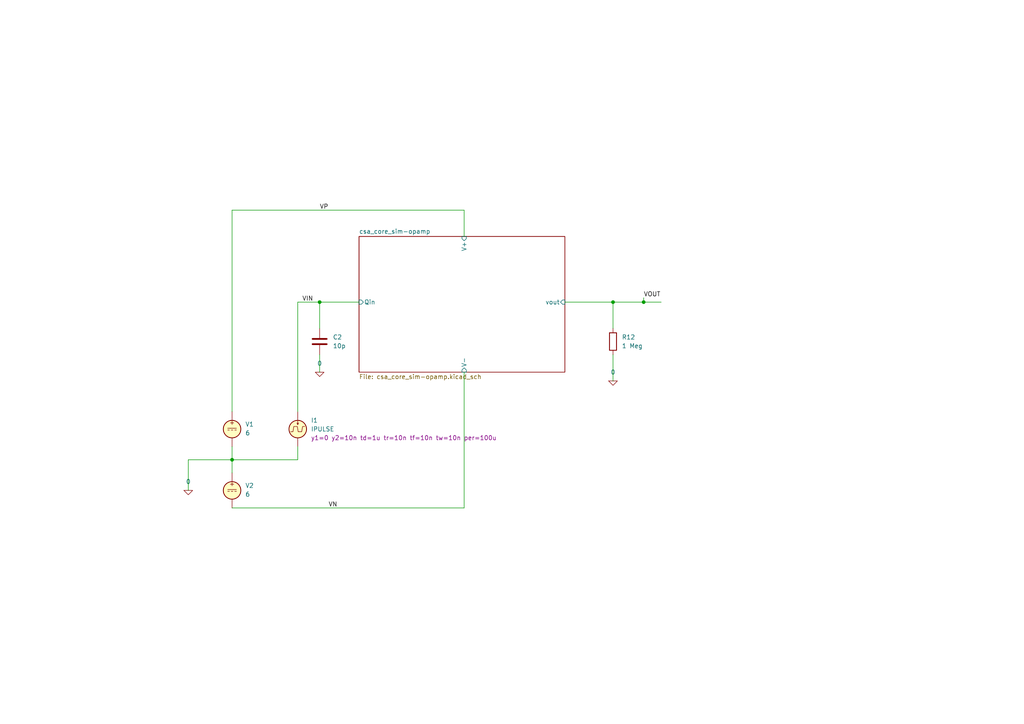
<source format=kicad_sch>
(kicad_sch (version 20231120) (generator "eeschema") (generator_version "8.0")
  (paper "A4")
  (lib_symbols
    (symbol "Device:C" (pin_numbers hide) (pin_names (offset 0.254))
      (property "Reference" "C" (at 0.635 2.54 0))
      (property "Value" "C" (at 0.635 -2.54 0))
      (symbol "C_0_1"
        (polyline (pts (xy -2.032 -0.762) (xy 2.032 -0.762)) (stroke (width 0.508)))
        (polyline (pts (xy -2.032 0.762) (xy 2.032 0.762)) (stroke (width 0.508)))
      )
      (symbol "C_1_1"
        (pin passive line (at 0 3.81 270) (length 2.794) (name "~") (number "1"))
        (pin passive line (at 0 -3.81 90) (length 2.794) (name "~") (number "2"))
      )
    )
    (symbol "Device:R" (pin_numbers hide) (pin_names (offset 0))
      (property "Reference" "R" (at 2.032 0 90))
      (property "Value" "R" (at 0 0 90))
      (symbol "R_0_1"
        (rectangle (start -1.016 -2.54) (end 1.016 2.54) (stroke (width 0.254)))
      )
      (symbol "R_1_1"
        (pin passive line (at 0 3.81 270) (length 1.27) (name "~") (number "1"))
        (pin passive line (at 0 -3.81 90) (length 1.27) (name "~") (number "2"))
      )
    )
    (symbol "Simulation_SPICE:0" (power) (pin_numbers hide) (pin_names (offset 0) hide)
      (property "Value" "0" (at 0 -2.54 0))
      (symbol "0_0_1"
        (polyline (pts (xy -1.27 0) (xy 0 -1.27) (xy 1.27 0) (xy -1.27 0)))
      )
      (symbol "0_1_1"
        (pin power_in line (at 0 0 0) (length 0) (name "~") (number "1"))
      )
    )
    (symbol "Simulation_SPICE:IPULSE" (pin_numbers hide) (pin_names (offset 0.0254))
      (property "Reference" "I" (at 2.54 2.54 0))
      (property "Value" "IPULSE" (at 2.54 0 0))
      (property "Sim.Params" "y1=0 y2=1 td=2n tr=2n tf=2n tw=50n per=100n" (at 2.54 -2.54 0))
      (symbol "IPULSE_0_0"
        (polyline (pts (xy -2.032 -0.762) (xy -1.397 -0.762) (xy -1.143 0.762) (xy -0.127 0.762) (xy 0.127 -0.762) (xy 1.143 -0.762) (xy 1.397 0.762) (xy 2.032 0.762)))
      )
      (symbol "IPULSE_0_1"
        (polyline (pts (xy 0 1.27) (xy 0 2.286)))
        (polyline (pts (xy -0.254 1.778) (xy 0 1.27) (xy 0.254 1.778)))
        (circle (center 0 0) (radius 2.54) (stroke (width 0.254)) (fill (type background)))
      )
      (symbol "IPULSE_1_1"
        (pin passive line (at 0 5.08 270) (length 2.54) (name "~") (number "1"))
        (pin passive line (at 0 -5.08 90) (length 2.54) (name "~") (number "2"))
      )
    )
    (symbol "Simulation_SPICE:VDC" (pin_numbers hide) (pin_names (offset 0.0254))
      (property "Reference" "V" (at 2.54 2.54 0))
      (property "Value" "1" (at 2.54 0 0))
      (symbol "VDC_0_0"
        (polyline (pts (xy -1.27 0.254) (xy 1.27 0.254)))
        (polyline (pts (xy -0.762 -0.254) (xy -1.27 -0.254)))
        (polyline (pts (xy 0.254 -0.254) (xy -0.254 -0.254)))
        (polyline (pts (xy 1.27 -0.254) (xy 0.762 -0.254)))
        (text "+" (at 0 1.905 0) (effects (font (size 1.27 1.27))))
      )
      (symbol "VDC_0_1"
        (circle (center 0 0) (radius 2.54) (stroke (width 0.254)) (fill (type background)))
      )
      (symbol "VDC_1_1"
        (pin passive line (at 0 5.08 270) (length 2.54) (name "~") (number "1"))
        (pin passive line (at 0 -5.08 90) (length 2.54) (name "~") (number "2"))
      )
    )
  )
  (junction (at 177.8 87.63))
  (junction (at 186.69 87.63))
  (junction (at 67.31 133.35))
  (junction (at 92.71 87.63))
  (wire (pts (xy 86.36 133.35) (xy 67.31 133.35)))
  (wire (pts (xy 67.31 60.96) (xy 134.62 60.96)))
  (wire (pts (xy 186.69 86.36) (xy 186.69 87.63)))
  (wire (pts (xy 177.8 102.87) (xy 177.8 110.49)))
  (wire (pts (xy 134.62 60.96) (xy 134.62 68.58)))
  (wire (pts (xy 134.62 107.95) (xy 134.62 147.32)))
  (wire (pts (xy 86.36 129.54) (xy 86.36 133.35)))
  (wire (pts (xy 67.31 133.35) (xy 67.31 137.16)))
  (wire (pts (xy 177.8 87.63) (xy 186.69 87.63)))
  (wire (pts (xy 67.31 147.32) (xy 134.62 147.32)))
  (wire (pts (xy 54.61 142.24) (xy 54.61 133.35)))
  (wire (pts (xy 163.83 87.63) (xy 177.8 87.63)))
  (wire (pts (xy 54.61 133.35) (xy 67.31 133.35)))
  (wire (pts (xy 92.71 87.63) (xy 86.36 87.63)))
  (wire (pts (xy 86.36 87.63) (xy 86.36 119.38)))
  (wire (pts (xy 186.69 87.63) (xy 191.77 87.63)))
  (wire (pts (xy 92.71 102.87) (xy 92.71 107.95)))
  (wire (pts (xy 177.8 87.63) (xy 177.8 95.25)))
  (wire (pts (xy 67.31 119.38) (xy 67.31 60.96)))
  (wire (pts (xy 104.14 87.63) (xy 92.71 87.63)))
  (wire (pts (xy 67.31 129.54) (xy 67.31 133.35)))
  (wire (pts (xy 92.71 87.63) (xy 92.71 95.25)))
  (label "VP" (at 92.71 60.96 0))
  (label "VOUT" (at 186.69 86.36 0))
  (label "VN" (at 95.25 147.32 0))
  (label "VIN" (at 87.63 87.63 0))
  (symbol (lib_id "Simulation_SPICE:IPULSE") (at 86.36 124.46 0) (unit 1)
    (property "Reference" "I1" (at 90.17 121.9199 0) (effects (justify left)))
    (property "Value" "IPULSE" (at 90.17 124.4599 0) (effects (justify left)))
    (property "Datasheet" "https://ngspice.sourceforge.io/docs/ngspice-html-manual/manual.xhtml#sec_Independent_Sources_for" (effects (hide yes)))
    (property "Description" "Current source, pulse" (effects (hide yes)))
    (property "Sim.Pins" "1=+ 2=-" (effects (hide yes)))
    (property "Sim.Device" "I" (effects (hide yes)))
    (property "Sim.Type" "PULSE" (effects (hide yes)))
    (property "Sim.Params" "y1=0 y2=10n td=1u tr=10n tf=10n tw=10n per=100u" (at 90.17 126.9999 0) (effects (justify left)))
  )
  (symbol (lib_id "Device:C") (at 92.71 99.06 0) (unit 1)
    (property "Reference" "C2" (at 96.52 97.7899 0) (effects (justify left)))
    (property "Value" "10p" (at 96.52 100.3299 0) (effects (justify left)))
    (property "Description" "Unpolarized capacitor" (effects (hide yes)))
  )
  (symbol (lib_id "Simulation_SPICE:VDC") (at 67.31 142.24 0) (unit 1)
    (property "Reference" "V2" (at 71.12 140.8401 0) (effects (justify left)))
    (property "Value" "6" (at 71.12 143.3801 0) (effects (justify left)))
    (property "Datasheet" "https://ngspice.sourceforge.io/docs/ngspice-html-manual/manual.xhtml#sec_Independent_Sources_for" (effects (hide yes)))
    (property "Description" "Voltage source, DC" (effects (hide yes)))
    (property "Sim.Pins" "1=+ 2=-" (effects (hide yes)))
    (property "Sim.Type" "DC" (effects (hide yes)))
    (property "Sim.Device" "V" (effects (hide yes)))
  )
  (symbol (lib_id "Device:R") (at 177.8 99.06 0) (unit 1)
    (property "Reference" "R12" (at 180.34 97.7899 0) (effects (justify left)))
    (property "Value" "1 Meg" (at 180.34 100.3299 0) (effects (justify left)))
    (property "Description" "Resistor" (effects (hide yes)))
  )
  (symbol (lib_id "Simulation_SPICE:0") (at 54.61 142.24 0) (unit 1)
    (property "Reference" "#GND01" (effects (hide yes)))
    (property "Value" "0" (at 54.61 139.7 0))
    (property "Datasheet" "https://ngspice.sourceforge.io/docs/ngspice-html-manual/manual.xhtml#subsec_Circuit_elements__device" (effects (hide yes)))
    (property "Description" "0V reference potential for simulation" (effects (hide yes)))
  )
  (symbol (lib_id "Simulation_SPICE:0") (at 177.8 110.49 0) (unit 1)
    (property "Reference" "#GND04" (effects (hide yes)))
    (property "Value" "0" (at 177.8 107.95 0))
    (property "Datasheet" "https://ngspice.sourceforge.io/docs/ngspice-html-manual/manual.xhtml#subsec_Circuit_elements__device" (effects (hide yes)))
    (property "Description" "0V reference potential for simulation" (effects (hide yes)))
  )
  (symbol (lib_id "Simulation_SPICE:VDC") (at 67.31 124.46 0) (unit 1)
    (property "Reference" "V1" (at 71.12 123.0601 0) (effects (justify left)))
    (property "Value" "6" (at 71.12 125.6001 0) (effects (justify left)))
    (property "Datasheet" "https://ngspice.sourceforge.io/docs/ngspice-html-manual/manual.xhtml#sec_Independent_Sources_for" (effects (hide yes)))
    (property "Description" "Voltage source, DC" (effects (hide yes)))
    (property "Sim.Pins" "1=+ 2=-" (effects (hide yes)))
    (property "Sim.Type" "DC" (effects (hide yes)))
    (property "Sim.Device" "V" (effects (hide yes)))
  )
  (symbol (lib_id "Simulation_SPICE:0") (at 92.71 107.95 0) (unit 1)
    (property "Reference" "#GND03" (effects (hide yes)))
    (property "Value" "0" (at 92.71 105.41 0))
    (property "Datasheet" "https://ngspice.sourceforge.io/docs/ngspice-html-manual/manual.xhtml#subsec_Circuit_elements__device" (effects (hide yes)))
    (property "Description" "0V reference potential for simulation" (effects (hide yes)))
  )
  (sheet (at 104.14 68.58) (size 59.69 39.37) (stroke (width 0.1524))
    (property "Sheetname" "csa_core_sim-opamp" (at 104.14 67.8684 0) (effects (justify left bottom)))
    (property "Sheetfile" "csa_core_sim-opamp.kicad_sch" (at 104.14 108.5346 0) (effects (justify left top)))
    (pin "V-" input (at 134.62 107.95 270))
    (pin "V+" input (at 134.62 68.58 90))
    (pin "Qin" input (at 104.14 87.63 180))
    (pin "vout" input (at 163.83 87.63 0))
  )
)
</source>
